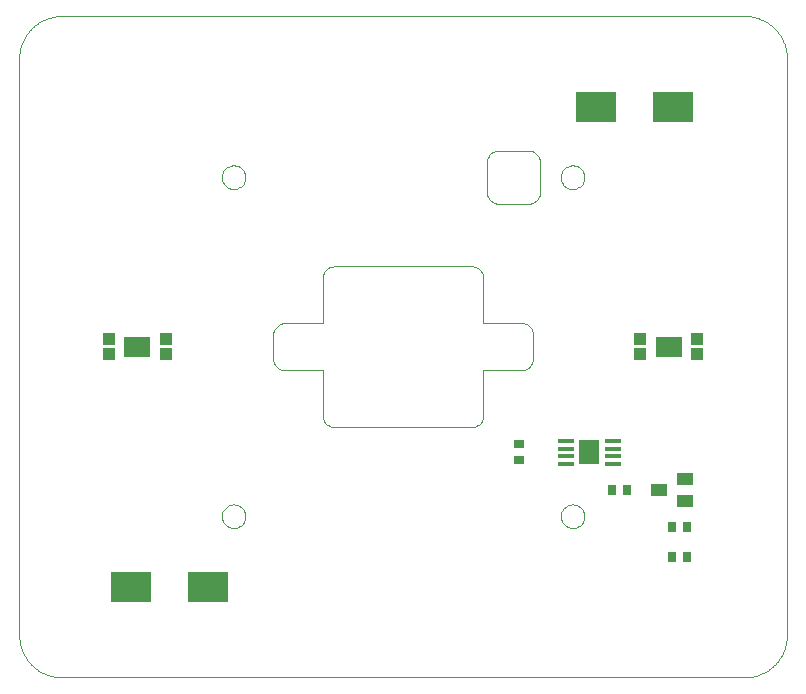
<source format=gtp>
G75*
%MOIN*%
%OFA0B0*%
%FSLAX25Y25*%
%IPPOS*%
%LPD*%
%AMOC8*
5,1,8,0,0,1.08239X$1,22.5*
%
%ADD10C,0.00000*%
%ADD11C,0.00004*%
%ADD12R,0.05512X0.03937*%
%ADD13R,0.05315X0.01772*%
%ADD14R,0.06693X0.07874*%
%ADD15R,0.04331X0.03937*%
%ADD16R,0.08661X0.07087*%
%ADD17R,0.02756X0.03543*%
%ADD18R,0.03543X0.02756*%
%ADD19R,0.13780X0.09843*%
D10*
X0016773Y0002600D02*
X0244332Y0002600D01*
X0244674Y0002604D01*
X0245017Y0002617D01*
X0245359Y0002637D01*
X0245700Y0002666D01*
X0246040Y0002703D01*
X0246380Y0002749D01*
X0246718Y0002802D01*
X0247055Y0002864D01*
X0247390Y0002934D01*
X0247724Y0003012D01*
X0248055Y0003098D01*
X0248385Y0003192D01*
X0248712Y0003294D01*
X0249036Y0003403D01*
X0249358Y0003521D01*
X0249677Y0003646D01*
X0249992Y0003779D01*
X0250305Y0003920D01*
X0250613Y0004068D01*
X0250919Y0004223D01*
X0251220Y0004386D01*
X0251517Y0004556D01*
X0251810Y0004733D01*
X0252099Y0004918D01*
X0252383Y0005109D01*
X0252663Y0005307D01*
X0252937Y0005511D01*
X0253207Y0005723D01*
X0253471Y0005940D01*
X0253730Y0006164D01*
X0253984Y0006395D01*
X0254232Y0006631D01*
X0254474Y0006873D01*
X0254710Y0007121D01*
X0254941Y0007375D01*
X0255165Y0007634D01*
X0255382Y0007898D01*
X0255594Y0008168D01*
X0255798Y0008442D01*
X0255996Y0008722D01*
X0256187Y0009006D01*
X0256372Y0009295D01*
X0256549Y0009588D01*
X0256719Y0009885D01*
X0256882Y0010186D01*
X0257037Y0010492D01*
X0257185Y0010800D01*
X0257326Y0011113D01*
X0257459Y0011428D01*
X0257584Y0011747D01*
X0257702Y0012069D01*
X0257811Y0012393D01*
X0257913Y0012720D01*
X0258007Y0013050D01*
X0258093Y0013381D01*
X0258171Y0013715D01*
X0258241Y0014050D01*
X0258303Y0014387D01*
X0258356Y0014725D01*
X0258402Y0015065D01*
X0258439Y0015405D01*
X0258468Y0015746D01*
X0258488Y0016088D01*
X0258501Y0016431D01*
X0258505Y0016773D01*
X0258506Y0016773D02*
X0258506Y0208899D01*
X0258505Y0208899D02*
X0258501Y0209241D01*
X0258488Y0209584D01*
X0258468Y0209926D01*
X0258439Y0210267D01*
X0258402Y0210607D01*
X0258356Y0210947D01*
X0258303Y0211285D01*
X0258241Y0211622D01*
X0258171Y0211957D01*
X0258093Y0212291D01*
X0258007Y0212622D01*
X0257913Y0212952D01*
X0257811Y0213279D01*
X0257702Y0213603D01*
X0257584Y0213925D01*
X0257459Y0214244D01*
X0257326Y0214559D01*
X0257185Y0214872D01*
X0257037Y0215180D01*
X0256882Y0215486D01*
X0256719Y0215787D01*
X0256549Y0216084D01*
X0256372Y0216377D01*
X0256187Y0216666D01*
X0255996Y0216950D01*
X0255798Y0217230D01*
X0255594Y0217504D01*
X0255382Y0217774D01*
X0255165Y0218038D01*
X0254941Y0218297D01*
X0254710Y0218551D01*
X0254474Y0218799D01*
X0254232Y0219041D01*
X0253984Y0219277D01*
X0253730Y0219508D01*
X0253471Y0219732D01*
X0253207Y0219949D01*
X0252937Y0220161D01*
X0252663Y0220365D01*
X0252383Y0220563D01*
X0252099Y0220754D01*
X0251810Y0220939D01*
X0251517Y0221116D01*
X0251220Y0221286D01*
X0250919Y0221449D01*
X0250613Y0221604D01*
X0250305Y0221752D01*
X0249992Y0221893D01*
X0249677Y0222026D01*
X0249358Y0222151D01*
X0249036Y0222269D01*
X0248712Y0222378D01*
X0248385Y0222480D01*
X0248055Y0222574D01*
X0247724Y0222660D01*
X0247390Y0222738D01*
X0247055Y0222808D01*
X0246718Y0222870D01*
X0246380Y0222923D01*
X0246040Y0222969D01*
X0245700Y0223006D01*
X0245359Y0223035D01*
X0245017Y0223055D01*
X0244674Y0223068D01*
X0244332Y0223072D01*
X0016773Y0223072D01*
X0016431Y0223068D01*
X0016088Y0223055D01*
X0015746Y0223035D01*
X0015405Y0223006D01*
X0015065Y0222969D01*
X0014725Y0222923D01*
X0014387Y0222870D01*
X0014050Y0222808D01*
X0013715Y0222738D01*
X0013381Y0222660D01*
X0013050Y0222574D01*
X0012720Y0222480D01*
X0012393Y0222378D01*
X0012069Y0222269D01*
X0011747Y0222151D01*
X0011428Y0222026D01*
X0011113Y0221893D01*
X0010800Y0221752D01*
X0010492Y0221604D01*
X0010186Y0221449D01*
X0009885Y0221286D01*
X0009588Y0221116D01*
X0009295Y0220939D01*
X0009006Y0220754D01*
X0008722Y0220563D01*
X0008442Y0220365D01*
X0008168Y0220161D01*
X0007898Y0219949D01*
X0007634Y0219732D01*
X0007375Y0219508D01*
X0007121Y0219277D01*
X0006873Y0219041D01*
X0006631Y0218799D01*
X0006395Y0218551D01*
X0006164Y0218297D01*
X0005940Y0218038D01*
X0005723Y0217774D01*
X0005511Y0217504D01*
X0005307Y0217230D01*
X0005109Y0216950D01*
X0004918Y0216666D01*
X0004733Y0216377D01*
X0004556Y0216084D01*
X0004386Y0215787D01*
X0004223Y0215486D01*
X0004068Y0215180D01*
X0003920Y0214872D01*
X0003779Y0214559D01*
X0003646Y0214244D01*
X0003521Y0213925D01*
X0003403Y0213603D01*
X0003294Y0213279D01*
X0003192Y0212952D01*
X0003098Y0212622D01*
X0003012Y0212291D01*
X0002934Y0211957D01*
X0002864Y0211622D01*
X0002802Y0211285D01*
X0002749Y0210947D01*
X0002703Y0210607D01*
X0002666Y0210267D01*
X0002637Y0209926D01*
X0002617Y0209584D01*
X0002604Y0209241D01*
X0002600Y0208899D01*
X0002600Y0016773D01*
X0002604Y0016431D01*
X0002617Y0016088D01*
X0002637Y0015746D01*
X0002666Y0015405D01*
X0002703Y0015065D01*
X0002749Y0014725D01*
X0002802Y0014387D01*
X0002864Y0014050D01*
X0002934Y0013715D01*
X0003012Y0013381D01*
X0003098Y0013050D01*
X0003192Y0012720D01*
X0003294Y0012393D01*
X0003403Y0012069D01*
X0003521Y0011747D01*
X0003646Y0011428D01*
X0003779Y0011113D01*
X0003920Y0010800D01*
X0004068Y0010492D01*
X0004223Y0010186D01*
X0004386Y0009885D01*
X0004556Y0009588D01*
X0004733Y0009295D01*
X0004918Y0009006D01*
X0005109Y0008722D01*
X0005307Y0008442D01*
X0005511Y0008168D01*
X0005723Y0007898D01*
X0005940Y0007634D01*
X0006164Y0007375D01*
X0006395Y0007121D01*
X0006631Y0006873D01*
X0006873Y0006631D01*
X0007121Y0006395D01*
X0007375Y0006164D01*
X0007634Y0005940D01*
X0007898Y0005723D01*
X0008168Y0005511D01*
X0008442Y0005307D01*
X0008722Y0005109D01*
X0009006Y0004918D01*
X0009295Y0004733D01*
X0009588Y0004556D01*
X0009885Y0004386D01*
X0010186Y0004223D01*
X0010492Y0004068D01*
X0010800Y0003920D01*
X0011113Y0003779D01*
X0011428Y0003646D01*
X0011747Y0003521D01*
X0012069Y0003403D01*
X0012393Y0003294D01*
X0012720Y0003192D01*
X0013050Y0003098D01*
X0013381Y0003012D01*
X0013715Y0002934D01*
X0014050Y0002864D01*
X0014387Y0002802D01*
X0014725Y0002749D01*
X0015065Y0002703D01*
X0015405Y0002666D01*
X0015746Y0002637D01*
X0016088Y0002617D01*
X0016431Y0002604D01*
X0016773Y0002600D01*
D11*
X0071225Y0053606D02*
X0071579Y0053281D01*
X0071970Y0053002D01*
X0072393Y0052772D01*
X0072840Y0052596D01*
X0073306Y0052476D01*
X0073782Y0052413D01*
X0074263Y0052409D01*
X0074741Y0052463D01*
X0075208Y0052575D01*
X0075658Y0052744D01*
X0076084Y0052965D01*
X0076481Y0053238D01*
X0076841Y0053556D01*
X0077159Y0053916D01*
X0077431Y0054313D01*
X0077654Y0054739D01*
X0077822Y0055189D01*
X0077934Y0055657D01*
X0077988Y0056134D01*
X0077984Y0056615D01*
X0077921Y0057091D01*
X0077801Y0057557D01*
X0077625Y0058004D01*
X0077396Y0058426D01*
X0077117Y0058818D01*
X0076792Y0059172D01*
X0076426Y0059484D01*
X0076025Y0059750D01*
X0075595Y0059964D01*
X0075142Y0060125D01*
X0074672Y0060229D01*
X0074194Y0060275D01*
X0073714Y0060262D01*
X0073509Y0060239D01*
X0073038Y0060143D01*
X0072582Y0059991D01*
X0072148Y0059783D01*
X0071743Y0059525D01*
X0071372Y0059220D01*
X0071041Y0058871D01*
X0070755Y0058484D01*
X0070518Y0058066D01*
X0070334Y0057622D01*
X0070206Y0057159D01*
X0070135Y0056683D01*
X0070122Y0056203D01*
X0070168Y0055724D01*
X0070272Y0055255D01*
X0070433Y0054802D01*
X0070647Y0054372D01*
X0070913Y0053971D01*
X0071225Y0053606D01*
X0104934Y0087218D02*
X0105294Y0086899D01*
X0105691Y0086627D01*
X0106117Y0086405D01*
X0106567Y0086237D01*
X0107035Y0086124D01*
X0107512Y0086070D01*
X0107718Y0086065D01*
X0153593Y0086070D01*
X0154071Y0086124D01*
X0154538Y0086237D01*
X0154989Y0086405D01*
X0155415Y0086627D01*
X0155811Y0086899D01*
X0156171Y0087218D01*
X0156490Y0087578D01*
X0156762Y0087974D01*
X0156984Y0088400D01*
X0157152Y0088851D01*
X0157265Y0089318D01*
X0157319Y0089796D01*
X0157324Y0090002D01*
X0157324Y0104967D01*
X0170129Y0104968D01*
X0170606Y0105022D01*
X0171074Y0105134D01*
X0171524Y0105303D01*
X0171950Y0105524D01*
X0172346Y0105797D01*
X0172707Y0106115D01*
X0173025Y0106476D01*
X0173298Y0106872D01*
X0173519Y0107298D01*
X0173688Y0107748D01*
X0173800Y0108216D01*
X0173854Y0108693D01*
X0173860Y0108899D01*
X0173860Y0116773D01*
X0173830Y0117253D01*
X0173743Y0117726D01*
X0173598Y0118184D01*
X0173399Y0118622D01*
X0173148Y0119031D01*
X0172848Y0119407D01*
X0172506Y0119744D01*
X0172124Y0120037D01*
X0171710Y0120281D01*
X0171269Y0120473D01*
X0170808Y0120609D01*
X0170334Y0120689D01*
X0169923Y0120710D01*
X0157324Y0120709D01*
X0157324Y0135671D01*
X0157295Y0136150D01*
X0157207Y0136623D01*
X0157063Y0137082D01*
X0156863Y0137519D01*
X0156612Y0137929D01*
X0156313Y0138305D01*
X0155970Y0138642D01*
X0155589Y0138935D01*
X0155175Y0139179D01*
X0154734Y0139370D01*
X0154273Y0139507D01*
X0153799Y0139586D01*
X0153387Y0139608D01*
X0107512Y0139602D01*
X0107035Y0139548D01*
X0106567Y0139436D01*
X0106117Y0139267D01*
X0105691Y0139046D01*
X0105294Y0138773D01*
X0104934Y0138455D01*
X0104616Y0138094D01*
X0104343Y0137698D01*
X0104122Y0137272D01*
X0103953Y0136822D01*
X0103841Y0136354D01*
X0103787Y0135877D01*
X0103781Y0135671D01*
X0103783Y0120706D01*
X0090977Y0120705D01*
X0090499Y0120650D01*
X0090031Y0120538D01*
X0089581Y0120370D01*
X0089155Y0120148D01*
X0088759Y0119876D01*
X0088399Y0119557D01*
X0088080Y0119197D01*
X0087808Y0118801D01*
X0087586Y0118374D01*
X0087418Y0117924D01*
X0087306Y0117457D01*
X0087251Y0116979D01*
X0087246Y0116773D01*
X0087251Y0108693D01*
X0087306Y0108216D01*
X0087418Y0107748D01*
X0087586Y0107298D01*
X0087808Y0106872D01*
X0088080Y0106476D01*
X0088399Y0106115D01*
X0088759Y0105797D01*
X0089155Y0105524D01*
X0089581Y0105303D01*
X0090031Y0105134D01*
X0090499Y0105022D01*
X0090977Y0104968D01*
X0091183Y0104962D01*
X0103785Y0104963D01*
X0103787Y0089796D01*
X0103841Y0089318D01*
X0103953Y0088851D01*
X0104122Y0088400D01*
X0104343Y0087974D01*
X0104616Y0087578D01*
X0104934Y0087218D01*
X0183326Y0057622D02*
X0183198Y0057159D01*
X0183127Y0056683D01*
X0183114Y0056203D01*
X0183160Y0055724D01*
X0183264Y0055255D01*
X0183425Y0054802D01*
X0183639Y0054372D01*
X0183905Y0053971D01*
X0184217Y0053606D01*
X0184571Y0053281D01*
X0184963Y0053002D01*
X0185385Y0052772D01*
X0185832Y0052596D01*
X0186298Y0052476D01*
X0186774Y0052413D01*
X0187255Y0052409D01*
X0187732Y0052463D01*
X0188200Y0052575D01*
X0188650Y0052744D01*
X0189076Y0052965D01*
X0189473Y0053238D01*
X0189833Y0053556D01*
X0190151Y0053916D01*
X0190424Y0054313D01*
X0190645Y0054739D01*
X0190814Y0055189D01*
X0190926Y0055657D01*
X0190980Y0056134D01*
X0190976Y0056615D01*
X0190913Y0057091D01*
X0190793Y0057557D01*
X0190617Y0058004D01*
X0190387Y0058426D01*
X0190108Y0058818D01*
X0189783Y0059172D01*
X0189418Y0059484D01*
X0189017Y0059750D01*
X0188587Y0059964D01*
X0188134Y0060125D01*
X0187665Y0060229D01*
X0187186Y0060275D01*
X0186706Y0060262D01*
X0186501Y0060239D01*
X0186030Y0060143D01*
X0185574Y0059991D01*
X0185140Y0059783D01*
X0184735Y0059525D01*
X0184364Y0059220D01*
X0184033Y0058871D01*
X0183747Y0058484D01*
X0183510Y0058066D01*
X0183326Y0057622D01*
X0172491Y0160480D02*
X0162443Y0160474D01*
X0162237Y0160480D01*
X0161759Y0160534D01*
X0161291Y0160646D01*
X0160841Y0160814D01*
X0160415Y0161036D01*
X0160019Y0161309D01*
X0159659Y0161627D01*
X0159340Y0161987D01*
X0159068Y0162383D01*
X0158846Y0162810D01*
X0158678Y0163260D01*
X0158565Y0163727D01*
X0158511Y0164205D01*
X0158506Y0174254D01*
X0158511Y0174459D01*
X0158565Y0174937D01*
X0158678Y0175404D01*
X0158846Y0175855D01*
X0159068Y0176281D01*
X0159340Y0176677D01*
X0159659Y0177037D01*
X0160019Y0177356D01*
X0160415Y0177628D01*
X0160841Y0177850D01*
X0161291Y0178019D01*
X0161759Y0178131D01*
X0162237Y0178185D01*
X0172285Y0178191D01*
X0172696Y0178169D01*
X0173170Y0178090D01*
X0173631Y0177953D01*
X0174072Y0177761D01*
X0174487Y0177517D01*
X0174868Y0177225D01*
X0175211Y0176888D01*
X0175510Y0176512D01*
X0175761Y0176102D01*
X0175961Y0175665D01*
X0176105Y0175206D01*
X0176193Y0174733D01*
X0176222Y0174254D01*
X0176222Y0164411D01*
X0176217Y0164205D01*
X0176162Y0163727D01*
X0176050Y0163260D01*
X0175881Y0162810D01*
X0175660Y0162383D01*
X0175387Y0161987D01*
X0175069Y0161627D01*
X0174709Y0161309D01*
X0174313Y0161036D01*
X0173886Y0160814D01*
X0173436Y0160646D01*
X0172969Y0160534D01*
X0172491Y0160480D01*
X0183747Y0167188D02*
X0184033Y0166802D01*
X0184364Y0166453D01*
X0184735Y0166147D01*
X0185140Y0165889D01*
X0185574Y0165682D01*
X0186030Y0165530D01*
X0186501Y0165433D01*
X0186706Y0165410D01*
X0187186Y0165398D01*
X0187665Y0165444D01*
X0188134Y0165548D01*
X0188587Y0165708D01*
X0189017Y0165923D01*
X0189418Y0166188D01*
X0189783Y0166500D01*
X0190108Y0166855D01*
X0190387Y0167246D01*
X0190617Y0167669D01*
X0190793Y0168116D01*
X0190913Y0168581D01*
X0190976Y0169057D01*
X0190980Y0169538D01*
X0190926Y0170016D01*
X0190814Y0170483D01*
X0190645Y0170933D01*
X0190424Y0171360D01*
X0190151Y0171756D01*
X0189833Y0172116D01*
X0189473Y0172435D01*
X0189076Y0172707D01*
X0188650Y0172929D01*
X0188200Y0173097D01*
X0187732Y0173209D01*
X0187255Y0173264D01*
X0186774Y0173259D01*
X0186298Y0173197D01*
X0185832Y0173077D01*
X0185385Y0172900D01*
X0184963Y0172671D01*
X0184571Y0172392D01*
X0184217Y0172067D01*
X0183905Y0171702D01*
X0183639Y0171301D01*
X0183425Y0170870D01*
X0183264Y0170417D01*
X0183160Y0169948D01*
X0183114Y0169470D01*
X0183127Y0168989D01*
X0183198Y0168514D01*
X0183326Y0168050D01*
X0183510Y0167606D01*
X0183747Y0167188D01*
X0077984Y0169057D02*
X0077988Y0169538D01*
X0077934Y0170016D01*
X0077822Y0170483D01*
X0077654Y0170933D01*
X0077431Y0171360D01*
X0077159Y0171756D01*
X0076841Y0172116D01*
X0076481Y0172435D01*
X0076084Y0172707D01*
X0075658Y0172929D01*
X0075208Y0173097D01*
X0074741Y0173209D01*
X0074263Y0173264D01*
X0073782Y0173259D01*
X0073306Y0173197D01*
X0072840Y0173077D01*
X0072393Y0172900D01*
X0071970Y0172671D01*
X0071579Y0172392D01*
X0071225Y0172067D01*
X0070913Y0171702D01*
X0070647Y0171301D01*
X0070433Y0170870D01*
X0070272Y0170417D01*
X0070168Y0169948D01*
X0070122Y0169470D01*
X0070135Y0168989D01*
X0070206Y0168514D01*
X0070334Y0168050D01*
X0070518Y0167606D01*
X0070755Y0167188D01*
X0071041Y0166802D01*
X0071372Y0166453D01*
X0071743Y0166147D01*
X0072148Y0165889D01*
X0072582Y0165682D01*
X0073038Y0165530D01*
X0073509Y0165433D01*
X0073714Y0165410D01*
X0074194Y0165398D01*
X0074672Y0165444D01*
X0075142Y0165548D01*
X0075595Y0165708D01*
X0076025Y0165923D01*
X0076426Y0166188D01*
X0076792Y0166500D01*
X0077117Y0166855D01*
X0077396Y0167246D01*
X0077625Y0167669D01*
X0077801Y0168116D01*
X0077921Y0168581D01*
X0077984Y0169057D01*
D12*
X0215769Y0065100D03*
X0224431Y0061360D03*
X0224431Y0068840D03*
D13*
X0200376Y0073761D03*
X0200376Y0076320D03*
X0200376Y0078880D03*
X0200376Y0081439D03*
X0184824Y0081439D03*
X0184824Y0078880D03*
X0184824Y0076320D03*
X0184824Y0073761D03*
D14*
X0192600Y0077600D03*
D15*
X0209687Y0110277D03*
X0209687Y0115395D03*
X0228584Y0115395D03*
X0228584Y0110277D03*
X0051419Y0110277D03*
X0051419Y0115395D03*
X0032521Y0115395D03*
X0032521Y0110277D03*
D16*
X0041970Y0112836D03*
X0219135Y0112836D03*
D17*
X0205159Y0065100D03*
X0200041Y0065100D03*
X0220041Y0052600D03*
X0225159Y0052600D03*
X0225159Y0042600D03*
X0220041Y0042600D03*
D18*
X0169214Y0075159D03*
X0169214Y0080277D03*
D19*
X0065395Y0032600D03*
X0039805Y0032600D03*
X0194805Y0192600D03*
X0220395Y0192600D03*
M02*

</source>
